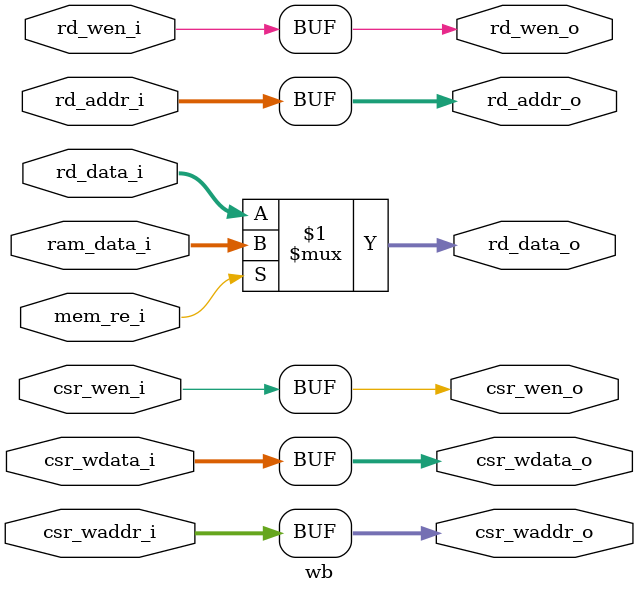
<source format=sv>
module wb (
    // from mem_wb
    input  wire [ 4:0] rd_addr_i,
    input  wire [31:0] rd_data_i,
    input  wire        rd_wen_i,
    input  wire        mem_re_i,
    input  wire [31:0] csr_wdata_i,
    input  wire [31:0] csr_waddr_i,
    input  wire        csr_wen_i,
    // from mem_wb
    input  wire [31:0] ram_data_i,   // RAM 返回的读取数据
    // to regs
    output wire [ 4:0] rd_addr_o,
    output wire [31:0] rd_data_o,
    output wire        rd_wen_o,
    // to csr_reg
    output wire [31:0] csr_wdata_o,
    output wire [31:0] csr_waddr_o,
    output wire        csr_wen_o
);
  assign rd_addr_o = rd_addr_i;
  assign rd_data_o = (mem_re_i) ? ram_data_i : rd_data_i;
  assign rd_wen_o = rd_wen_i;
  assign csr_wdata_o = csr_wdata_i;
  assign csr_waddr_o = csr_waddr_i;
  assign csr_wen_o = csr_wen_i;
endmodule

</source>
